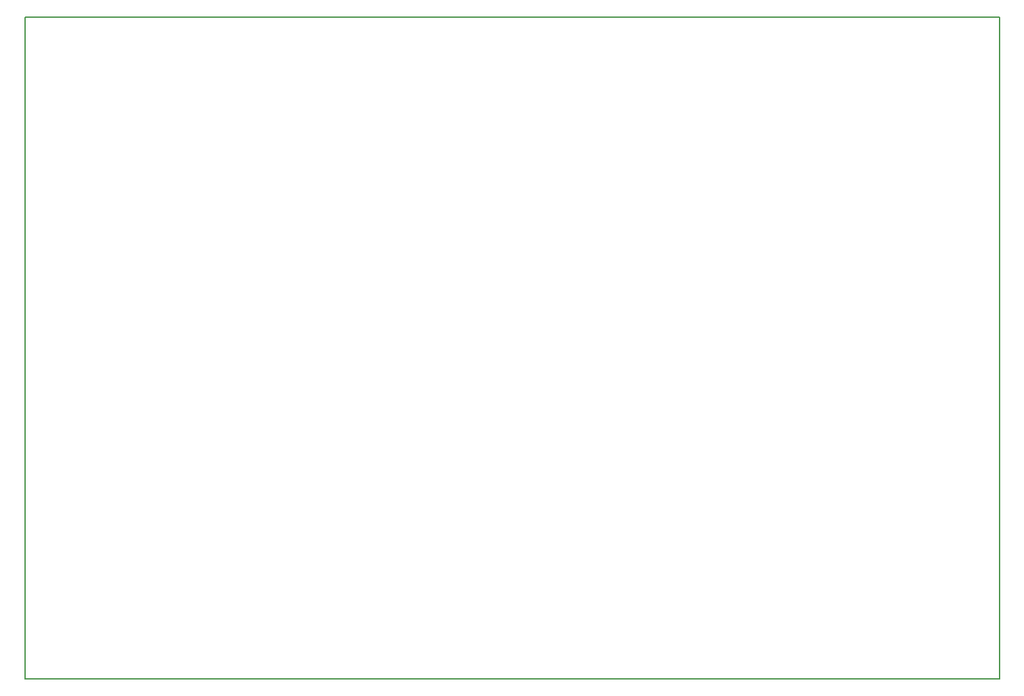
<source format=gbr>
%TF.GenerationSoftware,KiCad,Pcbnew,9.0.0*%
%TF.CreationDate,2025-04-30T17:51:35-07:00*%
%TF.ProjectId,IsolatedVoltageSensor,49736f6c-6174-4656-9456-6f6c74616765,rev?*%
%TF.SameCoordinates,Original*%
%TF.FileFunction,Profile,NP*%
%FSLAX46Y46*%
G04 Gerber Fmt 4.6, Leading zero omitted, Abs format (unit mm)*
G04 Created by KiCad (PCBNEW 9.0.0) date 2025-04-30 17:51:35*
%MOMM*%
%LPD*%
G01*
G04 APERTURE LIST*
%TA.AperFunction,Profile*%
%ADD10C,0.200000*%
%TD*%
G04 APERTURE END LIST*
D10*
X87500000Y-57500000D02*
X212500000Y-57500000D01*
X212500000Y-142500000D01*
X87500000Y-142500000D01*
X87500000Y-57500000D01*
M02*

</source>
